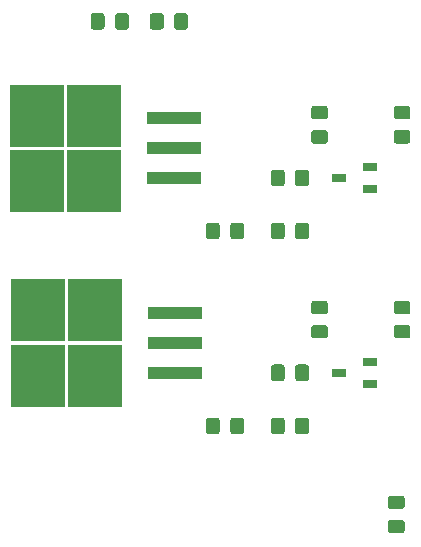
<source format=gbr>
G04 #@! TF.GenerationSoftware,KiCad,Pcbnew,(5.1.5)-3*
G04 #@! TF.CreationDate,2021-01-10T22:56:31-06:00*
G04 #@! TF.ProjectId,ContactorDriver,436f6e74-6163-4746-9f72-447269766572,rev?*
G04 #@! TF.SameCoordinates,Original*
G04 #@! TF.FileFunction,Paste,Top*
G04 #@! TF.FilePolarity,Positive*
%FSLAX46Y46*%
G04 Gerber Fmt 4.6, Leading zero omitted, Abs format (unit mm)*
G04 Created by KiCad (PCBNEW (5.1.5)-3) date 2021-01-10 22:56:31*
%MOMM*%
%LPD*%
G04 APERTURE LIST*
%ADD10C,0.100000*%
%ADD11R,4.600000X1.100000*%
%ADD12R,4.550000X5.250000*%
%ADD13R,1.220000X0.650000*%
G04 APERTURE END LIST*
D10*
G36*
X214974505Y-113401204D02*
G01*
X214998773Y-113404804D01*
X215022572Y-113410765D01*
X215045671Y-113419030D01*
X215067850Y-113429520D01*
X215088893Y-113442132D01*
X215108599Y-113456747D01*
X215126777Y-113473223D01*
X215143253Y-113491401D01*
X215157868Y-113511107D01*
X215170480Y-113532150D01*
X215180970Y-113554329D01*
X215189235Y-113577428D01*
X215195196Y-113601227D01*
X215198796Y-113625495D01*
X215200000Y-113649999D01*
X215200000Y-114300001D01*
X215198796Y-114324505D01*
X215195196Y-114348773D01*
X215189235Y-114372572D01*
X215180970Y-114395671D01*
X215170480Y-114417850D01*
X215157868Y-114438893D01*
X215143253Y-114458599D01*
X215126777Y-114476777D01*
X215108599Y-114493253D01*
X215088893Y-114507868D01*
X215067850Y-114520480D01*
X215045671Y-114530970D01*
X215022572Y-114539235D01*
X214998773Y-114545196D01*
X214974505Y-114548796D01*
X214950001Y-114550000D01*
X214049999Y-114550000D01*
X214025495Y-114548796D01*
X214001227Y-114545196D01*
X213977428Y-114539235D01*
X213954329Y-114530970D01*
X213932150Y-114520480D01*
X213911107Y-114507868D01*
X213891401Y-114493253D01*
X213873223Y-114476777D01*
X213856747Y-114458599D01*
X213842132Y-114438893D01*
X213829520Y-114417850D01*
X213819030Y-114395671D01*
X213810765Y-114372572D01*
X213804804Y-114348773D01*
X213801204Y-114324505D01*
X213800000Y-114300001D01*
X213800000Y-113649999D01*
X213801204Y-113625495D01*
X213804804Y-113601227D01*
X213810765Y-113577428D01*
X213819030Y-113554329D01*
X213829520Y-113532150D01*
X213842132Y-113511107D01*
X213856747Y-113491401D01*
X213873223Y-113473223D01*
X213891401Y-113456747D01*
X213911107Y-113442132D01*
X213932150Y-113429520D01*
X213954329Y-113419030D01*
X213977428Y-113410765D01*
X214001227Y-113404804D01*
X214025495Y-113401204D01*
X214049999Y-113400000D01*
X214950001Y-113400000D01*
X214974505Y-113401204D01*
G37*
G36*
X214974505Y-115451204D02*
G01*
X214998773Y-115454804D01*
X215022572Y-115460765D01*
X215045671Y-115469030D01*
X215067850Y-115479520D01*
X215088893Y-115492132D01*
X215108599Y-115506747D01*
X215126777Y-115523223D01*
X215143253Y-115541401D01*
X215157868Y-115561107D01*
X215170480Y-115582150D01*
X215180970Y-115604329D01*
X215189235Y-115627428D01*
X215195196Y-115651227D01*
X215198796Y-115675495D01*
X215200000Y-115699999D01*
X215200000Y-116350001D01*
X215198796Y-116374505D01*
X215195196Y-116398773D01*
X215189235Y-116422572D01*
X215180970Y-116445671D01*
X215170480Y-116467850D01*
X215157868Y-116488893D01*
X215143253Y-116508599D01*
X215126777Y-116526777D01*
X215108599Y-116543253D01*
X215088893Y-116557868D01*
X215067850Y-116570480D01*
X215045671Y-116580970D01*
X215022572Y-116589235D01*
X214998773Y-116595196D01*
X214974505Y-116598796D01*
X214950001Y-116600000D01*
X214049999Y-116600000D01*
X214025495Y-116598796D01*
X214001227Y-116595196D01*
X213977428Y-116589235D01*
X213954329Y-116580970D01*
X213932150Y-116570480D01*
X213911107Y-116557868D01*
X213891401Y-116543253D01*
X213873223Y-116526777D01*
X213856747Y-116508599D01*
X213842132Y-116488893D01*
X213829520Y-116467850D01*
X213819030Y-116445671D01*
X213810765Y-116422572D01*
X213804804Y-116398773D01*
X213801204Y-116374505D01*
X213800000Y-116350001D01*
X213800000Y-115699999D01*
X213801204Y-115675495D01*
X213804804Y-115651227D01*
X213810765Y-115627428D01*
X213819030Y-115604329D01*
X213829520Y-115582150D01*
X213842132Y-115561107D01*
X213856747Y-115541401D01*
X213873223Y-115523223D01*
X213891401Y-115506747D01*
X213911107Y-115492132D01*
X213932150Y-115479520D01*
X213954329Y-115469030D01*
X213977428Y-115460765D01*
X214001227Y-115454804D01*
X214025495Y-115451204D01*
X214049999Y-115450000D01*
X214950001Y-115450000D01*
X214974505Y-115451204D01*
G37*
G36*
X201374505Y-90301204D02*
G01*
X201398773Y-90304804D01*
X201422572Y-90310765D01*
X201445671Y-90319030D01*
X201467850Y-90329520D01*
X201488893Y-90342132D01*
X201508599Y-90356747D01*
X201526777Y-90373223D01*
X201543253Y-90391401D01*
X201557868Y-90411107D01*
X201570480Y-90432150D01*
X201580970Y-90454329D01*
X201589235Y-90477428D01*
X201595196Y-90501227D01*
X201598796Y-90525495D01*
X201600000Y-90549999D01*
X201600000Y-91450001D01*
X201598796Y-91474505D01*
X201595196Y-91498773D01*
X201589235Y-91522572D01*
X201580970Y-91545671D01*
X201570480Y-91567850D01*
X201557868Y-91588893D01*
X201543253Y-91608599D01*
X201526777Y-91626777D01*
X201508599Y-91643253D01*
X201488893Y-91657868D01*
X201467850Y-91670480D01*
X201445671Y-91680970D01*
X201422572Y-91689235D01*
X201398773Y-91695196D01*
X201374505Y-91698796D01*
X201350001Y-91700000D01*
X200699999Y-91700000D01*
X200675495Y-91698796D01*
X200651227Y-91695196D01*
X200627428Y-91689235D01*
X200604329Y-91680970D01*
X200582150Y-91670480D01*
X200561107Y-91657868D01*
X200541401Y-91643253D01*
X200523223Y-91626777D01*
X200506747Y-91608599D01*
X200492132Y-91588893D01*
X200479520Y-91567850D01*
X200469030Y-91545671D01*
X200460765Y-91522572D01*
X200454804Y-91498773D01*
X200451204Y-91474505D01*
X200450000Y-91450001D01*
X200450000Y-90549999D01*
X200451204Y-90525495D01*
X200454804Y-90501227D01*
X200460765Y-90477428D01*
X200469030Y-90454329D01*
X200479520Y-90432150D01*
X200492132Y-90411107D01*
X200506747Y-90391401D01*
X200523223Y-90373223D01*
X200541401Y-90356747D01*
X200561107Y-90342132D01*
X200582150Y-90329520D01*
X200604329Y-90319030D01*
X200627428Y-90310765D01*
X200651227Y-90304804D01*
X200675495Y-90301204D01*
X200699999Y-90300000D01*
X201350001Y-90300000D01*
X201374505Y-90301204D01*
G37*
G36*
X199324505Y-90301204D02*
G01*
X199348773Y-90304804D01*
X199372572Y-90310765D01*
X199395671Y-90319030D01*
X199417850Y-90329520D01*
X199438893Y-90342132D01*
X199458599Y-90356747D01*
X199476777Y-90373223D01*
X199493253Y-90391401D01*
X199507868Y-90411107D01*
X199520480Y-90432150D01*
X199530970Y-90454329D01*
X199539235Y-90477428D01*
X199545196Y-90501227D01*
X199548796Y-90525495D01*
X199550000Y-90549999D01*
X199550000Y-91450001D01*
X199548796Y-91474505D01*
X199545196Y-91498773D01*
X199539235Y-91522572D01*
X199530970Y-91545671D01*
X199520480Y-91567850D01*
X199507868Y-91588893D01*
X199493253Y-91608599D01*
X199476777Y-91626777D01*
X199458599Y-91643253D01*
X199438893Y-91657868D01*
X199417850Y-91670480D01*
X199395671Y-91680970D01*
X199372572Y-91689235D01*
X199348773Y-91695196D01*
X199324505Y-91698796D01*
X199300001Y-91700000D01*
X198649999Y-91700000D01*
X198625495Y-91698796D01*
X198601227Y-91695196D01*
X198577428Y-91689235D01*
X198554329Y-91680970D01*
X198532150Y-91670480D01*
X198511107Y-91657868D01*
X198491401Y-91643253D01*
X198473223Y-91626777D01*
X198456747Y-91608599D01*
X198442132Y-91588893D01*
X198429520Y-91567850D01*
X198419030Y-91545671D01*
X198410765Y-91522572D01*
X198404804Y-91498773D01*
X198401204Y-91474505D01*
X198400000Y-91450001D01*
X198400000Y-90549999D01*
X198401204Y-90525495D01*
X198404804Y-90501227D01*
X198410765Y-90477428D01*
X198419030Y-90454329D01*
X198429520Y-90432150D01*
X198442132Y-90411107D01*
X198456747Y-90391401D01*
X198473223Y-90373223D01*
X198491401Y-90356747D01*
X198511107Y-90342132D01*
X198532150Y-90329520D01*
X198554329Y-90319030D01*
X198577428Y-90310765D01*
X198601227Y-90304804D01*
X198625495Y-90301204D01*
X198649999Y-90300000D01*
X199300001Y-90300000D01*
X199324505Y-90301204D01*
G37*
G36*
X199324505Y-106801204D02*
G01*
X199348773Y-106804804D01*
X199372572Y-106810765D01*
X199395671Y-106819030D01*
X199417850Y-106829520D01*
X199438893Y-106842132D01*
X199458599Y-106856747D01*
X199476777Y-106873223D01*
X199493253Y-106891401D01*
X199507868Y-106911107D01*
X199520480Y-106932150D01*
X199530970Y-106954329D01*
X199539235Y-106977428D01*
X199545196Y-107001227D01*
X199548796Y-107025495D01*
X199550000Y-107049999D01*
X199550000Y-107950001D01*
X199548796Y-107974505D01*
X199545196Y-107998773D01*
X199539235Y-108022572D01*
X199530970Y-108045671D01*
X199520480Y-108067850D01*
X199507868Y-108088893D01*
X199493253Y-108108599D01*
X199476777Y-108126777D01*
X199458599Y-108143253D01*
X199438893Y-108157868D01*
X199417850Y-108170480D01*
X199395671Y-108180970D01*
X199372572Y-108189235D01*
X199348773Y-108195196D01*
X199324505Y-108198796D01*
X199300001Y-108200000D01*
X198649999Y-108200000D01*
X198625495Y-108198796D01*
X198601227Y-108195196D01*
X198577428Y-108189235D01*
X198554329Y-108180970D01*
X198532150Y-108170480D01*
X198511107Y-108157868D01*
X198491401Y-108143253D01*
X198473223Y-108126777D01*
X198456747Y-108108599D01*
X198442132Y-108088893D01*
X198429520Y-108067850D01*
X198419030Y-108045671D01*
X198410765Y-108022572D01*
X198404804Y-107998773D01*
X198401204Y-107974505D01*
X198400000Y-107950001D01*
X198400000Y-107049999D01*
X198401204Y-107025495D01*
X198404804Y-107001227D01*
X198410765Y-106977428D01*
X198419030Y-106954329D01*
X198429520Y-106932150D01*
X198442132Y-106911107D01*
X198456747Y-106891401D01*
X198473223Y-106873223D01*
X198491401Y-106856747D01*
X198511107Y-106842132D01*
X198532150Y-106829520D01*
X198554329Y-106819030D01*
X198577428Y-106810765D01*
X198601227Y-106804804D01*
X198625495Y-106801204D01*
X198649999Y-106800000D01*
X199300001Y-106800000D01*
X199324505Y-106801204D01*
G37*
G36*
X201374505Y-106801204D02*
G01*
X201398773Y-106804804D01*
X201422572Y-106810765D01*
X201445671Y-106819030D01*
X201467850Y-106829520D01*
X201488893Y-106842132D01*
X201508599Y-106856747D01*
X201526777Y-106873223D01*
X201543253Y-106891401D01*
X201557868Y-106911107D01*
X201570480Y-106932150D01*
X201580970Y-106954329D01*
X201589235Y-106977428D01*
X201595196Y-107001227D01*
X201598796Y-107025495D01*
X201600000Y-107049999D01*
X201600000Y-107950001D01*
X201598796Y-107974505D01*
X201595196Y-107998773D01*
X201589235Y-108022572D01*
X201580970Y-108045671D01*
X201570480Y-108067850D01*
X201557868Y-108088893D01*
X201543253Y-108108599D01*
X201526777Y-108126777D01*
X201508599Y-108143253D01*
X201488893Y-108157868D01*
X201467850Y-108170480D01*
X201445671Y-108180970D01*
X201422572Y-108189235D01*
X201398773Y-108195196D01*
X201374505Y-108198796D01*
X201350001Y-108200000D01*
X200699999Y-108200000D01*
X200675495Y-108198796D01*
X200651227Y-108195196D01*
X200627428Y-108189235D01*
X200604329Y-108180970D01*
X200582150Y-108170480D01*
X200561107Y-108157868D01*
X200541401Y-108143253D01*
X200523223Y-108126777D01*
X200506747Y-108108599D01*
X200492132Y-108088893D01*
X200479520Y-108067850D01*
X200469030Y-108045671D01*
X200460765Y-108022572D01*
X200454804Y-107998773D01*
X200451204Y-107974505D01*
X200450000Y-107950001D01*
X200450000Y-107049999D01*
X200451204Y-107025495D01*
X200454804Y-107001227D01*
X200460765Y-106977428D01*
X200469030Y-106954329D01*
X200479520Y-106932150D01*
X200492132Y-106911107D01*
X200506747Y-106891401D01*
X200523223Y-106873223D01*
X200541401Y-106856747D01*
X200561107Y-106842132D01*
X200582150Y-106829520D01*
X200604329Y-106819030D01*
X200627428Y-106810765D01*
X200651227Y-106804804D01*
X200675495Y-106801204D01*
X200699999Y-106800000D01*
X201350001Y-106800000D01*
X201374505Y-106801204D01*
G37*
D11*
X195650000Y-86540000D03*
X195650000Y-84000000D03*
X195650000Y-81460000D03*
D12*
X184075000Y-81225000D03*
X188925000Y-86775000D03*
X184075000Y-86775000D03*
X188925000Y-81225000D03*
D13*
X209690000Y-86500000D03*
X212310000Y-85550000D03*
X212310000Y-87450000D03*
X212310000Y-103950000D03*
X212310000Y-102050000D03*
X209690000Y-103000000D03*
D12*
X189000000Y-97725000D03*
X184150000Y-103275000D03*
X189000000Y-103275000D03*
X184150000Y-97725000D03*
D11*
X195725000Y-97960000D03*
X195725000Y-100500000D03*
X195725000Y-103040000D03*
D10*
G36*
X215474505Y-80401204D02*
G01*
X215498773Y-80404804D01*
X215522572Y-80410765D01*
X215545671Y-80419030D01*
X215567850Y-80429520D01*
X215588893Y-80442132D01*
X215608599Y-80456747D01*
X215626777Y-80473223D01*
X215643253Y-80491401D01*
X215657868Y-80511107D01*
X215670480Y-80532150D01*
X215680970Y-80554329D01*
X215689235Y-80577428D01*
X215695196Y-80601227D01*
X215698796Y-80625495D01*
X215700000Y-80649999D01*
X215700000Y-81300001D01*
X215698796Y-81324505D01*
X215695196Y-81348773D01*
X215689235Y-81372572D01*
X215680970Y-81395671D01*
X215670480Y-81417850D01*
X215657868Y-81438893D01*
X215643253Y-81458599D01*
X215626777Y-81476777D01*
X215608599Y-81493253D01*
X215588893Y-81507868D01*
X215567850Y-81520480D01*
X215545671Y-81530970D01*
X215522572Y-81539235D01*
X215498773Y-81545196D01*
X215474505Y-81548796D01*
X215450001Y-81550000D01*
X214549999Y-81550000D01*
X214525495Y-81548796D01*
X214501227Y-81545196D01*
X214477428Y-81539235D01*
X214454329Y-81530970D01*
X214432150Y-81520480D01*
X214411107Y-81507868D01*
X214391401Y-81493253D01*
X214373223Y-81476777D01*
X214356747Y-81458599D01*
X214342132Y-81438893D01*
X214329520Y-81417850D01*
X214319030Y-81395671D01*
X214310765Y-81372572D01*
X214304804Y-81348773D01*
X214301204Y-81324505D01*
X214300000Y-81300001D01*
X214300000Y-80649999D01*
X214301204Y-80625495D01*
X214304804Y-80601227D01*
X214310765Y-80577428D01*
X214319030Y-80554329D01*
X214329520Y-80532150D01*
X214342132Y-80511107D01*
X214356747Y-80491401D01*
X214373223Y-80473223D01*
X214391401Y-80456747D01*
X214411107Y-80442132D01*
X214432150Y-80429520D01*
X214454329Y-80419030D01*
X214477428Y-80410765D01*
X214501227Y-80404804D01*
X214525495Y-80401204D01*
X214549999Y-80400000D01*
X215450001Y-80400000D01*
X215474505Y-80401204D01*
G37*
G36*
X215474505Y-82451204D02*
G01*
X215498773Y-82454804D01*
X215522572Y-82460765D01*
X215545671Y-82469030D01*
X215567850Y-82479520D01*
X215588893Y-82492132D01*
X215608599Y-82506747D01*
X215626777Y-82523223D01*
X215643253Y-82541401D01*
X215657868Y-82561107D01*
X215670480Y-82582150D01*
X215680970Y-82604329D01*
X215689235Y-82627428D01*
X215695196Y-82651227D01*
X215698796Y-82675495D01*
X215700000Y-82699999D01*
X215700000Y-83350001D01*
X215698796Y-83374505D01*
X215695196Y-83398773D01*
X215689235Y-83422572D01*
X215680970Y-83445671D01*
X215670480Y-83467850D01*
X215657868Y-83488893D01*
X215643253Y-83508599D01*
X215626777Y-83526777D01*
X215608599Y-83543253D01*
X215588893Y-83557868D01*
X215567850Y-83570480D01*
X215545671Y-83580970D01*
X215522572Y-83589235D01*
X215498773Y-83595196D01*
X215474505Y-83598796D01*
X215450001Y-83600000D01*
X214549999Y-83600000D01*
X214525495Y-83598796D01*
X214501227Y-83595196D01*
X214477428Y-83589235D01*
X214454329Y-83580970D01*
X214432150Y-83570480D01*
X214411107Y-83557868D01*
X214391401Y-83543253D01*
X214373223Y-83526777D01*
X214356747Y-83508599D01*
X214342132Y-83488893D01*
X214329520Y-83467850D01*
X214319030Y-83445671D01*
X214310765Y-83422572D01*
X214304804Y-83398773D01*
X214301204Y-83374505D01*
X214300000Y-83350001D01*
X214300000Y-82699999D01*
X214301204Y-82675495D01*
X214304804Y-82651227D01*
X214310765Y-82627428D01*
X214319030Y-82604329D01*
X214329520Y-82582150D01*
X214342132Y-82561107D01*
X214356747Y-82541401D01*
X214373223Y-82523223D01*
X214391401Y-82506747D01*
X214411107Y-82492132D01*
X214432150Y-82479520D01*
X214454329Y-82469030D01*
X214477428Y-82460765D01*
X214501227Y-82454804D01*
X214525495Y-82451204D01*
X214549999Y-82450000D01*
X215450001Y-82450000D01*
X215474505Y-82451204D01*
G37*
G36*
X206874505Y-85801204D02*
G01*
X206898773Y-85804804D01*
X206922572Y-85810765D01*
X206945671Y-85819030D01*
X206967850Y-85829520D01*
X206988893Y-85842132D01*
X207008599Y-85856747D01*
X207026777Y-85873223D01*
X207043253Y-85891401D01*
X207057868Y-85911107D01*
X207070480Y-85932150D01*
X207080970Y-85954329D01*
X207089235Y-85977428D01*
X207095196Y-86001227D01*
X207098796Y-86025495D01*
X207100000Y-86049999D01*
X207100000Y-86950001D01*
X207098796Y-86974505D01*
X207095196Y-86998773D01*
X207089235Y-87022572D01*
X207080970Y-87045671D01*
X207070480Y-87067850D01*
X207057868Y-87088893D01*
X207043253Y-87108599D01*
X207026777Y-87126777D01*
X207008599Y-87143253D01*
X206988893Y-87157868D01*
X206967850Y-87170480D01*
X206945671Y-87180970D01*
X206922572Y-87189235D01*
X206898773Y-87195196D01*
X206874505Y-87198796D01*
X206850001Y-87200000D01*
X206199999Y-87200000D01*
X206175495Y-87198796D01*
X206151227Y-87195196D01*
X206127428Y-87189235D01*
X206104329Y-87180970D01*
X206082150Y-87170480D01*
X206061107Y-87157868D01*
X206041401Y-87143253D01*
X206023223Y-87126777D01*
X206006747Y-87108599D01*
X205992132Y-87088893D01*
X205979520Y-87067850D01*
X205969030Y-87045671D01*
X205960765Y-87022572D01*
X205954804Y-86998773D01*
X205951204Y-86974505D01*
X205950000Y-86950001D01*
X205950000Y-86049999D01*
X205951204Y-86025495D01*
X205954804Y-86001227D01*
X205960765Y-85977428D01*
X205969030Y-85954329D01*
X205979520Y-85932150D01*
X205992132Y-85911107D01*
X206006747Y-85891401D01*
X206023223Y-85873223D01*
X206041401Y-85856747D01*
X206061107Y-85842132D01*
X206082150Y-85829520D01*
X206104329Y-85819030D01*
X206127428Y-85810765D01*
X206151227Y-85804804D01*
X206175495Y-85801204D01*
X206199999Y-85800000D01*
X206850001Y-85800000D01*
X206874505Y-85801204D01*
G37*
G36*
X204824505Y-85801204D02*
G01*
X204848773Y-85804804D01*
X204872572Y-85810765D01*
X204895671Y-85819030D01*
X204917850Y-85829520D01*
X204938893Y-85842132D01*
X204958599Y-85856747D01*
X204976777Y-85873223D01*
X204993253Y-85891401D01*
X205007868Y-85911107D01*
X205020480Y-85932150D01*
X205030970Y-85954329D01*
X205039235Y-85977428D01*
X205045196Y-86001227D01*
X205048796Y-86025495D01*
X205050000Y-86049999D01*
X205050000Y-86950001D01*
X205048796Y-86974505D01*
X205045196Y-86998773D01*
X205039235Y-87022572D01*
X205030970Y-87045671D01*
X205020480Y-87067850D01*
X205007868Y-87088893D01*
X204993253Y-87108599D01*
X204976777Y-87126777D01*
X204958599Y-87143253D01*
X204938893Y-87157868D01*
X204917850Y-87170480D01*
X204895671Y-87180970D01*
X204872572Y-87189235D01*
X204848773Y-87195196D01*
X204824505Y-87198796D01*
X204800001Y-87200000D01*
X204149999Y-87200000D01*
X204125495Y-87198796D01*
X204101227Y-87195196D01*
X204077428Y-87189235D01*
X204054329Y-87180970D01*
X204032150Y-87170480D01*
X204011107Y-87157868D01*
X203991401Y-87143253D01*
X203973223Y-87126777D01*
X203956747Y-87108599D01*
X203942132Y-87088893D01*
X203929520Y-87067850D01*
X203919030Y-87045671D01*
X203910765Y-87022572D01*
X203904804Y-86998773D01*
X203901204Y-86974505D01*
X203900000Y-86950001D01*
X203900000Y-86049999D01*
X203901204Y-86025495D01*
X203904804Y-86001227D01*
X203910765Y-85977428D01*
X203919030Y-85954329D01*
X203929520Y-85932150D01*
X203942132Y-85911107D01*
X203956747Y-85891401D01*
X203973223Y-85873223D01*
X203991401Y-85856747D01*
X204011107Y-85842132D01*
X204032150Y-85829520D01*
X204054329Y-85819030D01*
X204077428Y-85810765D01*
X204101227Y-85804804D01*
X204125495Y-85801204D01*
X204149999Y-85800000D01*
X204800001Y-85800000D01*
X204824505Y-85801204D01*
G37*
G36*
X206874505Y-90301204D02*
G01*
X206898773Y-90304804D01*
X206922572Y-90310765D01*
X206945671Y-90319030D01*
X206967850Y-90329520D01*
X206988893Y-90342132D01*
X207008599Y-90356747D01*
X207026777Y-90373223D01*
X207043253Y-90391401D01*
X207057868Y-90411107D01*
X207070480Y-90432150D01*
X207080970Y-90454329D01*
X207089235Y-90477428D01*
X207095196Y-90501227D01*
X207098796Y-90525495D01*
X207100000Y-90549999D01*
X207100000Y-91450001D01*
X207098796Y-91474505D01*
X207095196Y-91498773D01*
X207089235Y-91522572D01*
X207080970Y-91545671D01*
X207070480Y-91567850D01*
X207057868Y-91588893D01*
X207043253Y-91608599D01*
X207026777Y-91626777D01*
X207008599Y-91643253D01*
X206988893Y-91657868D01*
X206967850Y-91670480D01*
X206945671Y-91680970D01*
X206922572Y-91689235D01*
X206898773Y-91695196D01*
X206874505Y-91698796D01*
X206850001Y-91700000D01*
X206199999Y-91700000D01*
X206175495Y-91698796D01*
X206151227Y-91695196D01*
X206127428Y-91689235D01*
X206104329Y-91680970D01*
X206082150Y-91670480D01*
X206061107Y-91657868D01*
X206041401Y-91643253D01*
X206023223Y-91626777D01*
X206006747Y-91608599D01*
X205992132Y-91588893D01*
X205979520Y-91567850D01*
X205969030Y-91545671D01*
X205960765Y-91522572D01*
X205954804Y-91498773D01*
X205951204Y-91474505D01*
X205950000Y-91450001D01*
X205950000Y-90549999D01*
X205951204Y-90525495D01*
X205954804Y-90501227D01*
X205960765Y-90477428D01*
X205969030Y-90454329D01*
X205979520Y-90432150D01*
X205992132Y-90411107D01*
X206006747Y-90391401D01*
X206023223Y-90373223D01*
X206041401Y-90356747D01*
X206061107Y-90342132D01*
X206082150Y-90329520D01*
X206104329Y-90319030D01*
X206127428Y-90310765D01*
X206151227Y-90304804D01*
X206175495Y-90301204D01*
X206199999Y-90300000D01*
X206850001Y-90300000D01*
X206874505Y-90301204D01*
G37*
G36*
X204824505Y-90301204D02*
G01*
X204848773Y-90304804D01*
X204872572Y-90310765D01*
X204895671Y-90319030D01*
X204917850Y-90329520D01*
X204938893Y-90342132D01*
X204958599Y-90356747D01*
X204976777Y-90373223D01*
X204993253Y-90391401D01*
X205007868Y-90411107D01*
X205020480Y-90432150D01*
X205030970Y-90454329D01*
X205039235Y-90477428D01*
X205045196Y-90501227D01*
X205048796Y-90525495D01*
X205050000Y-90549999D01*
X205050000Y-91450001D01*
X205048796Y-91474505D01*
X205045196Y-91498773D01*
X205039235Y-91522572D01*
X205030970Y-91545671D01*
X205020480Y-91567850D01*
X205007868Y-91588893D01*
X204993253Y-91608599D01*
X204976777Y-91626777D01*
X204958599Y-91643253D01*
X204938893Y-91657868D01*
X204917850Y-91670480D01*
X204895671Y-91680970D01*
X204872572Y-91689235D01*
X204848773Y-91695196D01*
X204824505Y-91698796D01*
X204800001Y-91700000D01*
X204149999Y-91700000D01*
X204125495Y-91698796D01*
X204101227Y-91695196D01*
X204077428Y-91689235D01*
X204054329Y-91680970D01*
X204032150Y-91670480D01*
X204011107Y-91657868D01*
X203991401Y-91643253D01*
X203973223Y-91626777D01*
X203956747Y-91608599D01*
X203942132Y-91588893D01*
X203929520Y-91567850D01*
X203919030Y-91545671D01*
X203910765Y-91522572D01*
X203904804Y-91498773D01*
X203901204Y-91474505D01*
X203900000Y-91450001D01*
X203900000Y-90549999D01*
X203901204Y-90525495D01*
X203904804Y-90501227D01*
X203910765Y-90477428D01*
X203919030Y-90454329D01*
X203929520Y-90432150D01*
X203942132Y-90411107D01*
X203956747Y-90391401D01*
X203973223Y-90373223D01*
X203991401Y-90356747D01*
X204011107Y-90342132D01*
X204032150Y-90329520D01*
X204054329Y-90319030D01*
X204077428Y-90310765D01*
X204101227Y-90304804D01*
X204125495Y-90301204D01*
X204149999Y-90300000D01*
X204800001Y-90300000D01*
X204824505Y-90301204D01*
G37*
G36*
X215474505Y-98951204D02*
G01*
X215498773Y-98954804D01*
X215522572Y-98960765D01*
X215545671Y-98969030D01*
X215567850Y-98979520D01*
X215588893Y-98992132D01*
X215608599Y-99006747D01*
X215626777Y-99023223D01*
X215643253Y-99041401D01*
X215657868Y-99061107D01*
X215670480Y-99082150D01*
X215680970Y-99104329D01*
X215689235Y-99127428D01*
X215695196Y-99151227D01*
X215698796Y-99175495D01*
X215700000Y-99199999D01*
X215700000Y-99850001D01*
X215698796Y-99874505D01*
X215695196Y-99898773D01*
X215689235Y-99922572D01*
X215680970Y-99945671D01*
X215670480Y-99967850D01*
X215657868Y-99988893D01*
X215643253Y-100008599D01*
X215626777Y-100026777D01*
X215608599Y-100043253D01*
X215588893Y-100057868D01*
X215567850Y-100070480D01*
X215545671Y-100080970D01*
X215522572Y-100089235D01*
X215498773Y-100095196D01*
X215474505Y-100098796D01*
X215450001Y-100100000D01*
X214549999Y-100100000D01*
X214525495Y-100098796D01*
X214501227Y-100095196D01*
X214477428Y-100089235D01*
X214454329Y-100080970D01*
X214432150Y-100070480D01*
X214411107Y-100057868D01*
X214391401Y-100043253D01*
X214373223Y-100026777D01*
X214356747Y-100008599D01*
X214342132Y-99988893D01*
X214329520Y-99967850D01*
X214319030Y-99945671D01*
X214310765Y-99922572D01*
X214304804Y-99898773D01*
X214301204Y-99874505D01*
X214300000Y-99850001D01*
X214300000Y-99199999D01*
X214301204Y-99175495D01*
X214304804Y-99151227D01*
X214310765Y-99127428D01*
X214319030Y-99104329D01*
X214329520Y-99082150D01*
X214342132Y-99061107D01*
X214356747Y-99041401D01*
X214373223Y-99023223D01*
X214391401Y-99006747D01*
X214411107Y-98992132D01*
X214432150Y-98979520D01*
X214454329Y-98969030D01*
X214477428Y-98960765D01*
X214501227Y-98954804D01*
X214525495Y-98951204D01*
X214549999Y-98950000D01*
X215450001Y-98950000D01*
X215474505Y-98951204D01*
G37*
G36*
X215474505Y-96901204D02*
G01*
X215498773Y-96904804D01*
X215522572Y-96910765D01*
X215545671Y-96919030D01*
X215567850Y-96929520D01*
X215588893Y-96942132D01*
X215608599Y-96956747D01*
X215626777Y-96973223D01*
X215643253Y-96991401D01*
X215657868Y-97011107D01*
X215670480Y-97032150D01*
X215680970Y-97054329D01*
X215689235Y-97077428D01*
X215695196Y-97101227D01*
X215698796Y-97125495D01*
X215700000Y-97149999D01*
X215700000Y-97800001D01*
X215698796Y-97824505D01*
X215695196Y-97848773D01*
X215689235Y-97872572D01*
X215680970Y-97895671D01*
X215670480Y-97917850D01*
X215657868Y-97938893D01*
X215643253Y-97958599D01*
X215626777Y-97976777D01*
X215608599Y-97993253D01*
X215588893Y-98007868D01*
X215567850Y-98020480D01*
X215545671Y-98030970D01*
X215522572Y-98039235D01*
X215498773Y-98045196D01*
X215474505Y-98048796D01*
X215450001Y-98050000D01*
X214549999Y-98050000D01*
X214525495Y-98048796D01*
X214501227Y-98045196D01*
X214477428Y-98039235D01*
X214454329Y-98030970D01*
X214432150Y-98020480D01*
X214411107Y-98007868D01*
X214391401Y-97993253D01*
X214373223Y-97976777D01*
X214356747Y-97958599D01*
X214342132Y-97938893D01*
X214329520Y-97917850D01*
X214319030Y-97895671D01*
X214310765Y-97872572D01*
X214304804Y-97848773D01*
X214301204Y-97824505D01*
X214300000Y-97800001D01*
X214300000Y-97149999D01*
X214301204Y-97125495D01*
X214304804Y-97101227D01*
X214310765Y-97077428D01*
X214319030Y-97054329D01*
X214329520Y-97032150D01*
X214342132Y-97011107D01*
X214356747Y-96991401D01*
X214373223Y-96973223D01*
X214391401Y-96956747D01*
X214411107Y-96942132D01*
X214432150Y-96929520D01*
X214454329Y-96919030D01*
X214477428Y-96910765D01*
X214501227Y-96904804D01*
X214525495Y-96901204D01*
X214549999Y-96900000D01*
X215450001Y-96900000D01*
X215474505Y-96901204D01*
G37*
G36*
X208474505Y-82451204D02*
G01*
X208498773Y-82454804D01*
X208522572Y-82460765D01*
X208545671Y-82469030D01*
X208567850Y-82479520D01*
X208588893Y-82492132D01*
X208608599Y-82506747D01*
X208626777Y-82523223D01*
X208643253Y-82541401D01*
X208657868Y-82561107D01*
X208670480Y-82582150D01*
X208680970Y-82604329D01*
X208689235Y-82627428D01*
X208695196Y-82651227D01*
X208698796Y-82675495D01*
X208700000Y-82699999D01*
X208700000Y-83350001D01*
X208698796Y-83374505D01*
X208695196Y-83398773D01*
X208689235Y-83422572D01*
X208680970Y-83445671D01*
X208670480Y-83467850D01*
X208657868Y-83488893D01*
X208643253Y-83508599D01*
X208626777Y-83526777D01*
X208608599Y-83543253D01*
X208588893Y-83557868D01*
X208567850Y-83570480D01*
X208545671Y-83580970D01*
X208522572Y-83589235D01*
X208498773Y-83595196D01*
X208474505Y-83598796D01*
X208450001Y-83600000D01*
X207549999Y-83600000D01*
X207525495Y-83598796D01*
X207501227Y-83595196D01*
X207477428Y-83589235D01*
X207454329Y-83580970D01*
X207432150Y-83570480D01*
X207411107Y-83557868D01*
X207391401Y-83543253D01*
X207373223Y-83526777D01*
X207356747Y-83508599D01*
X207342132Y-83488893D01*
X207329520Y-83467850D01*
X207319030Y-83445671D01*
X207310765Y-83422572D01*
X207304804Y-83398773D01*
X207301204Y-83374505D01*
X207300000Y-83350001D01*
X207300000Y-82699999D01*
X207301204Y-82675495D01*
X207304804Y-82651227D01*
X207310765Y-82627428D01*
X207319030Y-82604329D01*
X207329520Y-82582150D01*
X207342132Y-82561107D01*
X207356747Y-82541401D01*
X207373223Y-82523223D01*
X207391401Y-82506747D01*
X207411107Y-82492132D01*
X207432150Y-82479520D01*
X207454329Y-82469030D01*
X207477428Y-82460765D01*
X207501227Y-82454804D01*
X207525495Y-82451204D01*
X207549999Y-82450000D01*
X208450001Y-82450000D01*
X208474505Y-82451204D01*
G37*
G36*
X208474505Y-80401204D02*
G01*
X208498773Y-80404804D01*
X208522572Y-80410765D01*
X208545671Y-80419030D01*
X208567850Y-80429520D01*
X208588893Y-80442132D01*
X208608599Y-80456747D01*
X208626777Y-80473223D01*
X208643253Y-80491401D01*
X208657868Y-80511107D01*
X208670480Y-80532150D01*
X208680970Y-80554329D01*
X208689235Y-80577428D01*
X208695196Y-80601227D01*
X208698796Y-80625495D01*
X208700000Y-80649999D01*
X208700000Y-81300001D01*
X208698796Y-81324505D01*
X208695196Y-81348773D01*
X208689235Y-81372572D01*
X208680970Y-81395671D01*
X208670480Y-81417850D01*
X208657868Y-81438893D01*
X208643253Y-81458599D01*
X208626777Y-81476777D01*
X208608599Y-81493253D01*
X208588893Y-81507868D01*
X208567850Y-81520480D01*
X208545671Y-81530970D01*
X208522572Y-81539235D01*
X208498773Y-81545196D01*
X208474505Y-81548796D01*
X208450001Y-81550000D01*
X207549999Y-81550000D01*
X207525495Y-81548796D01*
X207501227Y-81545196D01*
X207477428Y-81539235D01*
X207454329Y-81530970D01*
X207432150Y-81520480D01*
X207411107Y-81507868D01*
X207391401Y-81493253D01*
X207373223Y-81476777D01*
X207356747Y-81458599D01*
X207342132Y-81438893D01*
X207329520Y-81417850D01*
X207319030Y-81395671D01*
X207310765Y-81372572D01*
X207304804Y-81348773D01*
X207301204Y-81324505D01*
X207300000Y-81300001D01*
X207300000Y-80649999D01*
X207301204Y-80625495D01*
X207304804Y-80601227D01*
X207310765Y-80577428D01*
X207319030Y-80554329D01*
X207329520Y-80532150D01*
X207342132Y-80511107D01*
X207356747Y-80491401D01*
X207373223Y-80473223D01*
X207391401Y-80456747D01*
X207411107Y-80442132D01*
X207432150Y-80429520D01*
X207454329Y-80419030D01*
X207477428Y-80410765D01*
X207501227Y-80404804D01*
X207525495Y-80401204D01*
X207549999Y-80400000D01*
X208450001Y-80400000D01*
X208474505Y-80401204D01*
G37*
G36*
X208474505Y-98951204D02*
G01*
X208498773Y-98954804D01*
X208522572Y-98960765D01*
X208545671Y-98969030D01*
X208567850Y-98979520D01*
X208588893Y-98992132D01*
X208608599Y-99006747D01*
X208626777Y-99023223D01*
X208643253Y-99041401D01*
X208657868Y-99061107D01*
X208670480Y-99082150D01*
X208680970Y-99104329D01*
X208689235Y-99127428D01*
X208695196Y-99151227D01*
X208698796Y-99175495D01*
X208700000Y-99199999D01*
X208700000Y-99850001D01*
X208698796Y-99874505D01*
X208695196Y-99898773D01*
X208689235Y-99922572D01*
X208680970Y-99945671D01*
X208670480Y-99967850D01*
X208657868Y-99988893D01*
X208643253Y-100008599D01*
X208626777Y-100026777D01*
X208608599Y-100043253D01*
X208588893Y-100057868D01*
X208567850Y-100070480D01*
X208545671Y-100080970D01*
X208522572Y-100089235D01*
X208498773Y-100095196D01*
X208474505Y-100098796D01*
X208450001Y-100100000D01*
X207549999Y-100100000D01*
X207525495Y-100098796D01*
X207501227Y-100095196D01*
X207477428Y-100089235D01*
X207454329Y-100080970D01*
X207432150Y-100070480D01*
X207411107Y-100057868D01*
X207391401Y-100043253D01*
X207373223Y-100026777D01*
X207356747Y-100008599D01*
X207342132Y-99988893D01*
X207329520Y-99967850D01*
X207319030Y-99945671D01*
X207310765Y-99922572D01*
X207304804Y-99898773D01*
X207301204Y-99874505D01*
X207300000Y-99850001D01*
X207300000Y-99199999D01*
X207301204Y-99175495D01*
X207304804Y-99151227D01*
X207310765Y-99127428D01*
X207319030Y-99104329D01*
X207329520Y-99082150D01*
X207342132Y-99061107D01*
X207356747Y-99041401D01*
X207373223Y-99023223D01*
X207391401Y-99006747D01*
X207411107Y-98992132D01*
X207432150Y-98979520D01*
X207454329Y-98969030D01*
X207477428Y-98960765D01*
X207501227Y-98954804D01*
X207525495Y-98951204D01*
X207549999Y-98950000D01*
X208450001Y-98950000D01*
X208474505Y-98951204D01*
G37*
G36*
X208474505Y-96901204D02*
G01*
X208498773Y-96904804D01*
X208522572Y-96910765D01*
X208545671Y-96919030D01*
X208567850Y-96929520D01*
X208588893Y-96942132D01*
X208608599Y-96956747D01*
X208626777Y-96973223D01*
X208643253Y-96991401D01*
X208657868Y-97011107D01*
X208670480Y-97032150D01*
X208680970Y-97054329D01*
X208689235Y-97077428D01*
X208695196Y-97101227D01*
X208698796Y-97125495D01*
X208700000Y-97149999D01*
X208700000Y-97800001D01*
X208698796Y-97824505D01*
X208695196Y-97848773D01*
X208689235Y-97872572D01*
X208680970Y-97895671D01*
X208670480Y-97917850D01*
X208657868Y-97938893D01*
X208643253Y-97958599D01*
X208626777Y-97976777D01*
X208608599Y-97993253D01*
X208588893Y-98007868D01*
X208567850Y-98020480D01*
X208545671Y-98030970D01*
X208522572Y-98039235D01*
X208498773Y-98045196D01*
X208474505Y-98048796D01*
X208450001Y-98050000D01*
X207549999Y-98050000D01*
X207525495Y-98048796D01*
X207501227Y-98045196D01*
X207477428Y-98039235D01*
X207454329Y-98030970D01*
X207432150Y-98020480D01*
X207411107Y-98007868D01*
X207391401Y-97993253D01*
X207373223Y-97976777D01*
X207356747Y-97958599D01*
X207342132Y-97938893D01*
X207329520Y-97917850D01*
X207319030Y-97895671D01*
X207310765Y-97872572D01*
X207304804Y-97848773D01*
X207301204Y-97824505D01*
X207300000Y-97800001D01*
X207300000Y-97149999D01*
X207301204Y-97125495D01*
X207304804Y-97101227D01*
X207310765Y-97077428D01*
X207319030Y-97054329D01*
X207329520Y-97032150D01*
X207342132Y-97011107D01*
X207356747Y-96991401D01*
X207373223Y-96973223D01*
X207391401Y-96956747D01*
X207411107Y-96942132D01*
X207432150Y-96929520D01*
X207454329Y-96919030D01*
X207477428Y-96910765D01*
X207501227Y-96904804D01*
X207525495Y-96901204D01*
X207549999Y-96900000D01*
X208450001Y-96900000D01*
X208474505Y-96901204D01*
G37*
G36*
X204824505Y-106801204D02*
G01*
X204848773Y-106804804D01*
X204872572Y-106810765D01*
X204895671Y-106819030D01*
X204917850Y-106829520D01*
X204938893Y-106842132D01*
X204958599Y-106856747D01*
X204976777Y-106873223D01*
X204993253Y-106891401D01*
X205007868Y-106911107D01*
X205020480Y-106932150D01*
X205030970Y-106954329D01*
X205039235Y-106977428D01*
X205045196Y-107001227D01*
X205048796Y-107025495D01*
X205050000Y-107049999D01*
X205050000Y-107950001D01*
X205048796Y-107974505D01*
X205045196Y-107998773D01*
X205039235Y-108022572D01*
X205030970Y-108045671D01*
X205020480Y-108067850D01*
X205007868Y-108088893D01*
X204993253Y-108108599D01*
X204976777Y-108126777D01*
X204958599Y-108143253D01*
X204938893Y-108157868D01*
X204917850Y-108170480D01*
X204895671Y-108180970D01*
X204872572Y-108189235D01*
X204848773Y-108195196D01*
X204824505Y-108198796D01*
X204800001Y-108200000D01*
X204149999Y-108200000D01*
X204125495Y-108198796D01*
X204101227Y-108195196D01*
X204077428Y-108189235D01*
X204054329Y-108180970D01*
X204032150Y-108170480D01*
X204011107Y-108157868D01*
X203991401Y-108143253D01*
X203973223Y-108126777D01*
X203956747Y-108108599D01*
X203942132Y-108088893D01*
X203929520Y-108067850D01*
X203919030Y-108045671D01*
X203910765Y-108022572D01*
X203904804Y-107998773D01*
X203901204Y-107974505D01*
X203900000Y-107950001D01*
X203900000Y-107049999D01*
X203901204Y-107025495D01*
X203904804Y-107001227D01*
X203910765Y-106977428D01*
X203919030Y-106954329D01*
X203929520Y-106932150D01*
X203942132Y-106911107D01*
X203956747Y-106891401D01*
X203973223Y-106873223D01*
X203991401Y-106856747D01*
X204011107Y-106842132D01*
X204032150Y-106829520D01*
X204054329Y-106819030D01*
X204077428Y-106810765D01*
X204101227Y-106804804D01*
X204125495Y-106801204D01*
X204149999Y-106800000D01*
X204800001Y-106800000D01*
X204824505Y-106801204D01*
G37*
G36*
X206874505Y-106801204D02*
G01*
X206898773Y-106804804D01*
X206922572Y-106810765D01*
X206945671Y-106819030D01*
X206967850Y-106829520D01*
X206988893Y-106842132D01*
X207008599Y-106856747D01*
X207026777Y-106873223D01*
X207043253Y-106891401D01*
X207057868Y-106911107D01*
X207070480Y-106932150D01*
X207080970Y-106954329D01*
X207089235Y-106977428D01*
X207095196Y-107001227D01*
X207098796Y-107025495D01*
X207100000Y-107049999D01*
X207100000Y-107950001D01*
X207098796Y-107974505D01*
X207095196Y-107998773D01*
X207089235Y-108022572D01*
X207080970Y-108045671D01*
X207070480Y-108067850D01*
X207057868Y-108088893D01*
X207043253Y-108108599D01*
X207026777Y-108126777D01*
X207008599Y-108143253D01*
X206988893Y-108157868D01*
X206967850Y-108170480D01*
X206945671Y-108180970D01*
X206922572Y-108189235D01*
X206898773Y-108195196D01*
X206874505Y-108198796D01*
X206850001Y-108200000D01*
X206199999Y-108200000D01*
X206175495Y-108198796D01*
X206151227Y-108195196D01*
X206127428Y-108189235D01*
X206104329Y-108180970D01*
X206082150Y-108170480D01*
X206061107Y-108157868D01*
X206041401Y-108143253D01*
X206023223Y-108126777D01*
X206006747Y-108108599D01*
X205992132Y-108088893D01*
X205979520Y-108067850D01*
X205969030Y-108045671D01*
X205960765Y-108022572D01*
X205954804Y-107998773D01*
X205951204Y-107974505D01*
X205950000Y-107950001D01*
X205950000Y-107049999D01*
X205951204Y-107025495D01*
X205954804Y-107001227D01*
X205960765Y-106977428D01*
X205969030Y-106954329D01*
X205979520Y-106932150D01*
X205992132Y-106911107D01*
X206006747Y-106891401D01*
X206023223Y-106873223D01*
X206041401Y-106856747D01*
X206061107Y-106842132D01*
X206082150Y-106829520D01*
X206104329Y-106819030D01*
X206127428Y-106810765D01*
X206151227Y-106804804D01*
X206175495Y-106801204D01*
X206199999Y-106800000D01*
X206850001Y-106800000D01*
X206874505Y-106801204D01*
G37*
G36*
X206874505Y-102301204D02*
G01*
X206898773Y-102304804D01*
X206922572Y-102310765D01*
X206945671Y-102319030D01*
X206967850Y-102329520D01*
X206988893Y-102342132D01*
X207008599Y-102356747D01*
X207026777Y-102373223D01*
X207043253Y-102391401D01*
X207057868Y-102411107D01*
X207070480Y-102432150D01*
X207080970Y-102454329D01*
X207089235Y-102477428D01*
X207095196Y-102501227D01*
X207098796Y-102525495D01*
X207100000Y-102549999D01*
X207100000Y-103450001D01*
X207098796Y-103474505D01*
X207095196Y-103498773D01*
X207089235Y-103522572D01*
X207080970Y-103545671D01*
X207070480Y-103567850D01*
X207057868Y-103588893D01*
X207043253Y-103608599D01*
X207026777Y-103626777D01*
X207008599Y-103643253D01*
X206988893Y-103657868D01*
X206967850Y-103670480D01*
X206945671Y-103680970D01*
X206922572Y-103689235D01*
X206898773Y-103695196D01*
X206874505Y-103698796D01*
X206850001Y-103700000D01*
X206199999Y-103700000D01*
X206175495Y-103698796D01*
X206151227Y-103695196D01*
X206127428Y-103689235D01*
X206104329Y-103680970D01*
X206082150Y-103670480D01*
X206061107Y-103657868D01*
X206041401Y-103643253D01*
X206023223Y-103626777D01*
X206006747Y-103608599D01*
X205992132Y-103588893D01*
X205979520Y-103567850D01*
X205969030Y-103545671D01*
X205960765Y-103522572D01*
X205954804Y-103498773D01*
X205951204Y-103474505D01*
X205950000Y-103450001D01*
X205950000Y-102549999D01*
X205951204Y-102525495D01*
X205954804Y-102501227D01*
X205960765Y-102477428D01*
X205969030Y-102454329D01*
X205979520Y-102432150D01*
X205992132Y-102411107D01*
X206006747Y-102391401D01*
X206023223Y-102373223D01*
X206041401Y-102356747D01*
X206061107Y-102342132D01*
X206082150Y-102329520D01*
X206104329Y-102319030D01*
X206127428Y-102310765D01*
X206151227Y-102304804D01*
X206175495Y-102301204D01*
X206199999Y-102300000D01*
X206850001Y-102300000D01*
X206874505Y-102301204D01*
G37*
G36*
X204824505Y-102301204D02*
G01*
X204848773Y-102304804D01*
X204872572Y-102310765D01*
X204895671Y-102319030D01*
X204917850Y-102329520D01*
X204938893Y-102342132D01*
X204958599Y-102356747D01*
X204976777Y-102373223D01*
X204993253Y-102391401D01*
X205007868Y-102411107D01*
X205020480Y-102432150D01*
X205030970Y-102454329D01*
X205039235Y-102477428D01*
X205045196Y-102501227D01*
X205048796Y-102525495D01*
X205050000Y-102549999D01*
X205050000Y-103450001D01*
X205048796Y-103474505D01*
X205045196Y-103498773D01*
X205039235Y-103522572D01*
X205030970Y-103545671D01*
X205020480Y-103567850D01*
X205007868Y-103588893D01*
X204993253Y-103608599D01*
X204976777Y-103626777D01*
X204958599Y-103643253D01*
X204938893Y-103657868D01*
X204917850Y-103670480D01*
X204895671Y-103680970D01*
X204872572Y-103689235D01*
X204848773Y-103695196D01*
X204824505Y-103698796D01*
X204800001Y-103700000D01*
X204149999Y-103700000D01*
X204125495Y-103698796D01*
X204101227Y-103695196D01*
X204077428Y-103689235D01*
X204054329Y-103680970D01*
X204032150Y-103670480D01*
X204011107Y-103657868D01*
X203991401Y-103643253D01*
X203973223Y-103626777D01*
X203956747Y-103608599D01*
X203942132Y-103588893D01*
X203929520Y-103567850D01*
X203919030Y-103545671D01*
X203910765Y-103522572D01*
X203904804Y-103498773D01*
X203901204Y-103474505D01*
X203900000Y-103450001D01*
X203900000Y-102549999D01*
X203901204Y-102525495D01*
X203904804Y-102501227D01*
X203910765Y-102477428D01*
X203919030Y-102454329D01*
X203929520Y-102432150D01*
X203942132Y-102411107D01*
X203956747Y-102391401D01*
X203973223Y-102373223D01*
X203991401Y-102356747D01*
X204011107Y-102342132D01*
X204032150Y-102329520D01*
X204054329Y-102319030D01*
X204077428Y-102310765D01*
X204101227Y-102304804D01*
X204125495Y-102301204D01*
X204149999Y-102300000D01*
X204800001Y-102300000D01*
X204824505Y-102301204D01*
G37*
G36*
X196624505Y-72551204D02*
G01*
X196648773Y-72554804D01*
X196672572Y-72560765D01*
X196695671Y-72569030D01*
X196717850Y-72579520D01*
X196738893Y-72592132D01*
X196758599Y-72606747D01*
X196776777Y-72623223D01*
X196793253Y-72641401D01*
X196807868Y-72661107D01*
X196820480Y-72682150D01*
X196830970Y-72704329D01*
X196839235Y-72727428D01*
X196845196Y-72751227D01*
X196848796Y-72775495D01*
X196850000Y-72799999D01*
X196850000Y-73700001D01*
X196848796Y-73724505D01*
X196845196Y-73748773D01*
X196839235Y-73772572D01*
X196830970Y-73795671D01*
X196820480Y-73817850D01*
X196807868Y-73838893D01*
X196793253Y-73858599D01*
X196776777Y-73876777D01*
X196758599Y-73893253D01*
X196738893Y-73907868D01*
X196717850Y-73920480D01*
X196695671Y-73930970D01*
X196672572Y-73939235D01*
X196648773Y-73945196D01*
X196624505Y-73948796D01*
X196600001Y-73950000D01*
X195949999Y-73950000D01*
X195925495Y-73948796D01*
X195901227Y-73945196D01*
X195877428Y-73939235D01*
X195854329Y-73930970D01*
X195832150Y-73920480D01*
X195811107Y-73907868D01*
X195791401Y-73893253D01*
X195773223Y-73876777D01*
X195756747Y-73858599D01*
X195742132Y-73838893D01*
X195729520Y-73817850D01*
X195719030Y-73795671D01*
X195710765Y-73772572D01*
X195704804Y-73748773D01*
X195701204Y-73724505D01*
X195700000Y-73700001D01*
X195700000Y-72799999D01*
X195701204Y-72775495D01*
X195704804Y-72751227D01*
X195710765Y-72727428D01*
X195719030Y-72704329D01*
X195729520Y-72682150D01*
X195742132Y-72661107D01*
X195756747Y-72641401D01*
X195773223Y-72623223D01*
X195791401Y-72606747D01*
X195811107Y-72592132D01*
X195832150Y-72579520D01*
X195854329Y-72569030D01*
X195877428Y-72560765D01*
X195901227Y-72554804D01*
X195925495Y-72551204D01*
X195949999Y-72550000D01*
X196600001Y-72550000D01*
X196624505Y-72551204D01*
G37*
G36*
X194574505Y-72551204D02*
G01*
X194598773Y-72554804D01*
X194622572Y-72560765D01*
X194645671Y-72569030D01*
X194667850Y-72579520D01*
X194688893Y-72592132D01*
X194708599Y-72606747D01*
X194726777Y-72623223D01*
X194743253Y-72641401D01*
X194757868Y-72661107D01*
X194770480Y-72682150D01*
X194780970Y-72704329D01*
X194789235Y-72727428D01*
X194795196Y-72751227D01*
X194798796Y-72775495D01*
X194800000Y-72799999D01*
X194800000Y-73700001D01*
X194798796Y-73724505D01*
X194795196Y-73748773D01*
X194789235Y-73772572D01*
X194780970Y-73795671D01*
X194770480Y-73817850D01*
X194757868Y-73838893D01*
X194743253Y-73858599D01*
X194726777Y-73876777D01*
X194708599Y-73893253D01*
X194688893Y-73907868D01*
X194667850Y-73920480D01*
X194645671Y-73930970D01*
X194622572Y-73939235D01*
X194598773Y-73945196D01*
X194574505Y-73948796D01*
X194550001Y-73950000D01*
X193899999Y-73950000D01*
X193875495Y-73948796D01*
X193851227Y-73945196D01*
X193827428Y-73939235D01*
X193804329Y-73930970D01*
X193782150Y-73920480D01*
X193761107Y-73907868D01*
X193741401Y-73893253D01*
X193723223Y-73876777D01*
X193706747Y-73858599D01*
X193692132Y-73838893D01*
X193679520Y-73817850D01*
X193669030Y-73795671D01*
X193660765Y-73772572D01*
X193654804Y-73748773D01*
X193651204Y-73724505D01*
X193650000Y-73700001D01*
X193650000Y-72799999D01*
X193651204Y-72775495D01*
X193654804Y-72751227D01*
X193660765Y-72727428D01*
X193669030Y-72704329D01*
X193679520Y-72682150D01*
X193692132Y-72661107D01*
X193706747Y-72641401D01*
X193723223Y-72623223D01*
X193741401Y-72606747D01*
X193761107Y-72592132D01*
X193782150Y-72579520D01*
X193804329Y-72569030D01*
X193827428Y-72560765D01*
X193851227Y-72554804D01*
X193875495Y-72551204D01*
X193899999Y-72550000D01*
X194550001Y-72550000D01*
X194574505Y-72551204D01*
G37*
G36*
X191624505Y-72551204D02*
G01*
X191648773Y-72554804D01*
X191672572Y-72560765D01*
X191695671Y-72569030D01*
X191717850Y-72579520D01*
X191738893Y-72592132D01*
X191758599Y-72606747D01*
X191776777Y-72623223D01*
X191793253Y-72641401D01*
X191807868Y-72661107D01*
X191820480Y-72682150D01*
X191830970Y-72704329D01*
X191839235Y-72727428D01*
X191845196Y-72751227D01*
X191848796Y-72775495D01*
X191850000Y-72799999D01*
X191850000Y-73700001D01*
X191848796Y-73724505D01*
X191845196Y-73748773D01*
X191839235Y-73772572D01*
X191830970Y-73795671D01*
X191820480Y-73817850D01*
X191807868Y-73838893D01*
X191793253Y-73858599D01*
X191776777Y-73876777D01*
X191758599Y-73893253D01*
X191738893Y-73907868D01*
X191717850Y-73920480D01*
X191695671Y-73930970D01*
X191672572Y-73939235D01*
X191648773Y-73945196D01*
X191624505Y-73948796D01*
X191600001Y-73950000D01*
X190949999Y-73950000D01*
X190925495Y-73948796D01*
X190901227Y-73945196D01*
X190877428Y-73939235D01*
X190854329Y-73930970D01*
X190832150Y-73920480D01*
X190811107Y-73907868D01*
X190791401Y-73893253D01*
X190773223Y-73876777D01*
X190756747Y-73858599D01*
X190742132Y-73838893D01*
X190729520Y-73817850D01*
X190719030Y-73795671D01*
X190710765Y-73772572D01*
X190704804Y-73748773D01*
X190701204Y-73724505D01*
X190700000Y-73700001D01*
X190700000Y-72799999D01*
X190701204Y-72775495D01*
X190704804Y-72751227D01*
X190710765Y-72727428D01*
X190719030Y-72704329D01*
X190729520Y-72682150D01*
X190742132Y-72661107D01*
X190756747Y-72641401D01*
X190773223Y-72623223D01*
X190791401Y-72606747D01*
X190811107Y-72592132D01*
X190832150Y-72579520D01*
X190854329Y-72569030D01*
X190877428Y-72560765D01*
X190901227Y-72554804D01*
X190925495Y-72551204D01*
X190949999Y-72550000D01*
X191600001Y-72550000D01*
X191624505Y-72551204D01*
G37*
G36*
X189574505Y-72551204D02*
G01*
X189598773Y-72554804D01*
X189622572Y-72560765D01*
X189645671Y-72569030D01*
X189667850Y-72579520D01*
X189688893Y-72592132D01*
X189708599Y-72606747D01*
X189726777Y-72623223D01*
X189743253Y-72641401D01*
X189757868Y-72661107D01*
X189770480Y-72682150D01*
X189780970Y-72704329D01*
X189789235Y-72727428D01*
X189795196Y-72751227D01*
X189798796Y-72775495D01*
X189800000Y-72799999D01*
X189800000Y-73700001D01*
X189798796Y-73724505D01*
X189795196Y-73748773D01*
X189789235Y-73772572D01*
X189780970Y-73795671D01*
X189770480Y-73817850D01*
X189757868Y-73838893D01*
X189743253Y-73858599D01*
X189726777Y-73876777D01*
X189708599Y-73893253D01*
X189688893Y-73907868D01*
X189667850Y-73920480D01*
X189645671Y-73930970D01*
X189622572Y-73939235D01*
X189598773Y-73945196D01*
X189574505Y-73948796D01*
X189550001Y-73950000D01*
X188899999Y-73950000D01*
X188875495Y-73948796D01*
X188851227Y-73945196D01*
X188827428Y-73939235D01*
X188804329Y-73930970D01*
X188782150Y-73920480D01*
X188761107Y-73907868D01*
X188741401Y-73893253D01*
X188723223Y-73876777D01*
X188706747Y-73858599D01*
X188692132Y-73838893D01*
X188679520Y-73817850D01*
X188669030Y-73795671D01*
X188660765Y-73772572D01*
X188654804Y-73748773D01*
X188651204Y-73724505D01*
X188650000Y-73700001D01*
X188650000Y-72799999D01*
X188651204Y-72775495D01*
X188654804Y-72751227D01*
X188660765Y-72727428D01*
X188669030Y-72704329D01*
X188679520Y-72682150D01*
X188692132Y-72661107D01*
X188706747Y-72641401D01*
X188723223Y-72623223D01*
X188741401Y-72606747D01*
X188761107Y-72592132D01*
X188782150Y-72579520D01*
X188804329Y-72569030D01*
X188827428Y-72560765D01*
X188851227Y-72554804D01*
X188875495Y-72551204D01*
X188899999Y-72550000D01*
X189550001Y-72550000D01*
X189574505Y-72551204D01*
G37*
M02*

</source>
